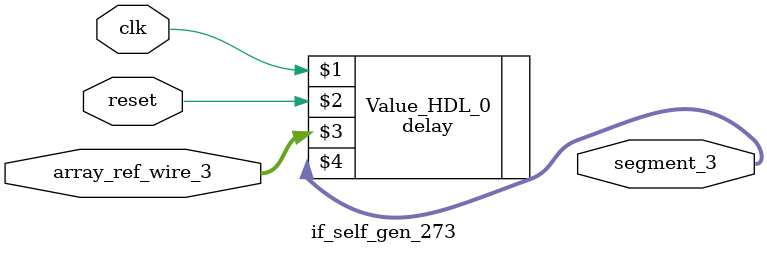
<source format=v>
module if_self_gen_273( input clk, input reset, input [31:0]array_ref_wire_3, output [31:0]segment_3); 
	wire [31:0]segment_3;
	//Proceed with segment_3 = array_ref_wire_3
	delay Value_HDL_0 ( clk, reset, array_ref_wire_3, segment_3);
endmodule
</source>
